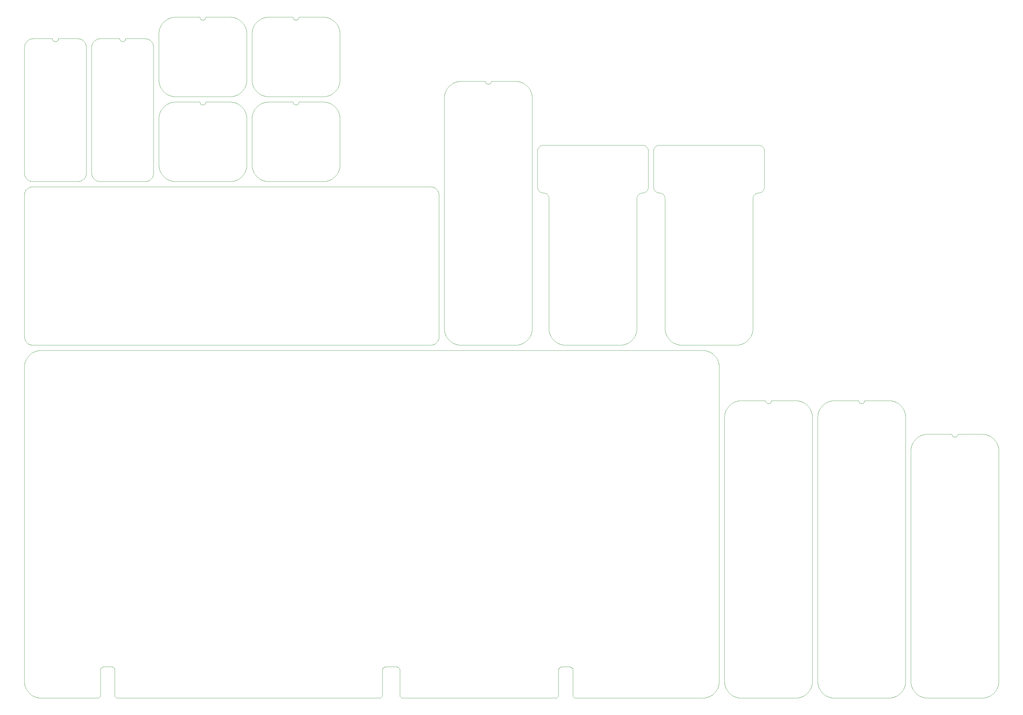
<source format=gko>
%MOIN*%
%OFA0B0*%
%FSLAX36Y36*%
%IPPOS*%
%LPD*%
%ADD10C,0*%
D10*
X000100901Y004212992D02*
X000100901Y004212992D01*
X004850902Y004212992D01*
X004864072Y004213855D01*
X004877017Y004216430D01*
X004889515Y004220673D01*
X004901353Y004226510D01*
X004912327Y004233843D01*
X004922250Y004242545D01*
X004930952Y004252469D01*
X004938285Y004263443D01*
X004944123Y004275280D01*
X004948366Y004287778D01*
X004950940Y004300724D01*
X004951804Y004313894D01*
X004952706Y006002491D01*
X004951845Y006015662D01*
X004949270Y006028607D01*
X004945027Y006041105D01*
X004939189Y006052943D01*
X004931856Y006063917D01*
X004923153Y006073840D01*
X004913230Y006082543D01*
X004902255Y006089875D01*
X004890417Y006095713D01*
X004877919Y006099955D01*
X004864974Y006102530D01*
X004851804Y006103394D01*
X000097499Y006103394D01*
X000084773Y006102560D01*
X000072265Y006100072D01*
X000060188Y006095972D01*
X000048750Y006090331D01*
X000038145Y006083246D01*
X000028557Y006074837D01*
X000020148Y006065248D01*
X000013062Y006054644D01*
X000007421Y006043205D01*
X000003322Y006031128D01*
X000000834Y006018620D01*
X000000000Y006005894D01*
X000000000Y004313894D01*
X000000863Y004300724D01*
X000003438Y004287778D01*
X000007680Y004275280D01*
X000013518Y004263443D01*
X000020851Y004252469D01*
X000029553Y004242545D01*
X000039476Y004233843D01*
X000050451Y004226510D01*
X000062288Y004220673D01*
X000074786Y004216430D01*
X000087731Y004213855D01*
X000100901Y004212992D01*
X003568975Y007179378D02*
X003568975Y007179378D01*
X003581534Y007179773D01*
X003594042Y007180955D01*
X003606452Y007182921D01*
X003618714Y007185662D01*
X003630779Y007189167D01*
X003642601Y007193423D01*
X003654131Y007198413D01*
X003665326Y007204117D01*
X003676141Y007210513D01*
X003686533Y007217575D01*
X003696460Y007225276D01*
X003705885Y007233584D01*
X003714770Y007242469D01*
X003723078Y007251893D01*
X003730779Y007261821D01*
X003737841Y007272213D01*
X003744237Y007283028D01*
X003749941Y007294223D01*
X003754931Y007305753D01*
X003759187Y007317575D01*
X003762692Y007329640D01*
X003765433Y007341902D01*
X003767399Y007354312D01*
X003768581Y007366820D01*
X003768976Y007379378D01*
X003768976Y007929378D01*
X003768581Y007941936D01*
X003767399Y007954445D01*
X003765433Y007966854D01*
X003762692Y007979116D01*
X003759187Y007991181D01*
X003754931Y008003003D01*
X003749941Y008014534D01*
X003744237Y008025728D01*
X003737841Y008036543D01*
X003730779Y008046935D01*
X003723078Y008056863D01*
X003714770Y008066287D01*
X003705885Y008075172D01*
X003696460Y008083480D01*
X003686533Y008091181D01*
X003676141Y008098243D01*
X003665326Y008104639D01*
X003654131Y008110343D01*
X003642601Y008115333D01*
X003630779Y008119589D01*
X003618714Y008123095D01*
X003606452Y008125835D01*
X003594042Y008127801D01*
X003581534Y008128983D01*
X003568975Y008129378D01*
X003278976Y008129378D01*
X003278545Y008123902D01*
X003277263Y008118562D01*
X003275161Y008113488D01*
X003272291Y008108805D01*
X003268724Y008104629D01*
X003264548Y008101062D01*
X003259865Y008098193D01*
X003254791Y008096091D01*
X003249451Y008094809D01*
X003243976Y008094378D01*
X003238500Y008094809D01*
X003233160Y008096091D01*
X003228086Y008098193D01*
X003223403Y008101062D01*
X003219227Y008104629D01*
X003215660Y008108805D01*
X003212790Y008113488D01*
X003210689Y008118562D01*
X003209407Y008123902D01*
X003208976Y008129378D01*
X002918976Y008129378D01*
X002906418Y008128983D01*
X002893909Y008127801D01*
X002881499Y008125835D01*
X002869238Y008123095D01*
X002857172Y008119589D01*
X002845351Y008115333D01*
X002833820Y008110343D01*
X002822625Y008104639D01*
X002811811Y008098243D01*
X002801419Y008091181D01*
X002791491Y008083480D01*
X002782067Y008075172D01*
X002773182Y008066287D01*
X002764874Y008056863D01*
X002757173Y008046935D01*
X002750111Y008036543D01*
X002743715Y008025728D01*
X002738011Y008014534D01*
X002733021Y008003003D01*
X002728765Y007991181D01*
X002725259Y007979116D01*
X002722519Y007966854D01*
X002720553Y007954445D01*
X002719371Y007941936D01*
X002718976Y007929378D01*
X002718976Y007379378D01*
X002719371Y007366820D01*
X002720553Y007354312D01*
X002722519Y007341902D01*
X002725259Y007329640D01*
X002728765Y007317575D01*
X002733021Y007305753D01*
X002738011Y007294223D01*
X002743715Y007283028D01*
X002750111Y007272213D01*
X002757173Y007261821D01*
X002764874Y007251893D01*
X002773182Y007242469D01*
X002782067Y007233584D01*
X002791491Y007225276D01*
X002801419Y007217575D01*
X002811810Y007210513D01*
X002822625Y007204117D01*
X002833820Y007198413D01*
X002845351Y007193423D01*
X002857172Y007189167D01*
X002869238Y007185662D01*
X002881499Y007182921D01*
X002893909Y007180955D01*
X002906418Y007179773D01*
X002918976Y007179378D01*
X003568975Y007179378D01*
X003568975Y006166386D02*
X003568975Y006166386D01*
X003581534Y006166781D01*
X003594042Y006167963D01*
X003606452Y006169929D01*
X003618714Y006172669D01*
X003630779Y006176175D01*
X003642601Y006180431D01*
X003654131Y006185421D01*
X003665326Y006191125D01*
X003676141Y006197521D01*
X003686533Y006204583D01*
X003696460Y006212284D01*
X003705885Y006220592D01*
X003714770Y006229477D01*
X003723078Y006238901D01*
X003730779Y006248829D01*
X003737841Y006259221D01*
X003744237Y006270036D01*
X003749941Y006281230D01*
X003754931Y006292761D01*
X003759187Y006304583D01*
X003762692Y006316648D01*
X003765433Y006328910D01*
X003767399Y006341319D01*
X003768581Y006353828D01*
X003768976Y006366386D01*
X003768976Y006916386D01*
X003768581Y006928944D01*
X003767399Y006941452D01*
X003765433Y006953862D01*
X003762692Y006966124D01*
X003759187Y006978189D01*
X003754931Y006990011D01*
X003749941Y007001541D01*
X003744237Y007012736D01*
X003737841Y007023551D01*
X003730779Y007033943D01*
X003723078Y007043871D01*
X003714770Y007053295D01*
X003705885Y007062180D01*
X003696460Y007070488D01*
X003686533Y007078189D01*
X003676141Y007085251D01*
X003665326Y007091647D01*
X003654131Y007097351D01*
X003642601Y007102341D01*
X003630779Y007106597D01*
X003618714Y007110102D01*
X003606452Y007112843D01*
X003594042Y007114809D01*
X003581534Y007115991D01*
X003568975Y007116386D01*
X003278976Y007116386D01*
X003278545Y007110910D01*
X003277263Y007105570D01*
X003275161Y007100496D01*
X003272291Y007095813D01*
X003268724Y007091637D01*
X003264548Y007088070D01*
X003259865Y007085200D01*
X003254791Y007083099D01*
X003249451Y007081817D01*
X003243976Y007081386D01*
X003238500Y007081817D01*
X003233160Y007083099D01*
X003228086Y007085200D01*
X003223403Y007088070D01*
X003219227Y007091637D01*
X003215660Y007095813D01*
X003212790Y007100496D01*
X003210689Y007105570D01*
X003209407Y007110910D01*
X003208976Y007116386D01*
X002918976Y007116386D01*
X002906418Y007115991D01*
X002893909Y007114809D01*
X002881499Y007112843D01*
X002869238Y007110102D01*
X002857172Y007106597D01*
X002845351Y007102341D01*
X002833820Y007097351D01*
X002822625Y007091647D01*
X002811811Y007085251D01*
X002801419Y007078189D01*
X002791491Y007070488D01*
X002782067Y007062180D01*
X002773182Y007053295D01*
X002764874Y007043871D01*
X002757173Y007033943D01*
X002750111Y007023551D01*
X002743715Y007012736D01*
X002738011Y007001541D01*
X002733021Y006990011D01*
X002728765Y006978189D01*
X002725259Y006966124D01*
X002722519Y006953862D01*
X002720553Y006941452D01*
X002719371Y006928944D01*
X002718976Y006916386D01*
X002718976Y006366386D01*
X002719371Y006353828D01*
X002720553Y006341319D01*
X002722519Y006328910D01*
X002725259Y006316648D01*
X002728765Y006304583D01*
X002733021Y006292761D01*
X002738011Y006281230D01*
X002743715Y006270036D01*
X002750111Y006259221D01*
X002757173Y006248829D01*
X002764874Y006238901D01*
X002773182Y006229477D01*
X002782067Y006220592D01*
X002791491Y006212284D01*
X002801419Y006204583D01*
X002811810Y006197521D01*
X002822625Y006191125D01*
X002833820Y006185421D01*
X002845351Y006180431D01*
X002857172Y006176175D01*
X002869238Y006172669D01*
X002881499Y006169929D01*
X002893909Y006167963D01*
X002906418Y006166781D01*
X002918976Y006166386D01*
X003568975Y006166386D01*
X002455983Y007179378D02*
X002455983Y007179378D01*
X002468542Y007179773D01*
X002481050Y007180955D01*
X002493460Y007182921D01*
X002505722Y007185662D01*
X002517787Y007189167D01*
X002529609Y007193423D01*
X002541139Y007198413D01*
X002552334Y007204117D01*
X002563149Y007210513D01*
X002573540Y007217575D01*
X002583468Y007225276D01*
X002592893Y007233584D01*
X002601777Y007242469D01*
X002610086Y007251893D01*
X002617787Y007261821D01*
X002624849Y007272213D01*
X002631245Y007283028D01*
X002636949Y007294223D01*
X002641939Y007305753D01*
X002646195Y007317575D01*
X002649700Y007329640D01*
X002652441Y007341902D01*
X002654407Y007354312D01*
X002655589Y007366820D01*
X002655984Y007379378D01*
X002655984Y007929378D01*
X002655589Y007941936D01*
X002654407Y007954445D01*
X002652441Y007966854D01*
X002649700Y007979116D01*
X002646195Y007991181D01*
X002641939Y008003003D01*
X002636949Y008014534D01*
X002631245Y008025728D01*
X002624849Y008036543D01*
X002617787Y008046935D01*
X002610086Y008056863D01*
X002601777Y008066287D01*
X002592893Y008075172D01*
X002583468Y008083480D01*
X002573540Y008091181D01*
X002563149Y008098243D01*
X002552334Y008104639D01*
X002541139Y008110343D01*
X002529609Y008115333D01*
X002517787Y008119589D01*
X002505722Y008123095D01*
X002493460Y008125835D01*
X002481050Y008127801D01*
X002468542Y008128983D01*
X002455983Y008129378D01*
X002165984Y008129378D01*
X002165553Y008123902D01*
X002164270Y008118562D01*
X002162169Y008113488D01*
X002159299Y008108805D01*
X002155732Y008104629D01*
X002151556Y008101062D01*
X002146873Y008098193D01*
X002141799Y008096091D01*
X002136459Y008094809D01*
X002130984Y008094378D01*
X002125508Y008094809D01*
X002120168Y008096091D01*
X002115094Y008098193D01*
X002110411Y008101062D01*
X002106235Y008104629D01*
X002102668Y008108805D01*
X002099798Y008113488D01*
X002097697Y008118562D01*
X002096414Y008123902D01*
X002095984Y008129378D01*
X001805984Y008129378D01*
X001793425Y008128983D01*
X001780917Y008127801D01*
X001768507Y008125835D01*
X001756246Y008123095D01*
X001744180Y008119589D01*
X001732359Y008115333D01*
X001720828Y008110343D01*
X001709633Y008104639D01*
X001698818Y008098243D01*
X001688427Y008091181D01*
X001678499Y008083480D01*
X001669075Y008075172D01*
X001660190Y008066287D01*
X001651881Y008056863D01*
X001644181Y008046935D01*
X001637118Y008036543D01*
X001630723Y008025728D01*
X001625018Y008014534D01*
X001620029Y008003003D01*
X001615773Y007991181D01*
X001612267Y007979116D01*
X001609527Y007966854D01*
X001607561Y007954445D01*
X001606379Y007941936D01*
X001605984Y007929378D01*
X001605984Y007379378D01*
X001606379Y007366820D01*
X001607561Y007354312D01*
X001609527Y007341902D01*
X001612267Y007329640D01*
X001615773Y007317575D01*
X001620029Y007305753D01*
X001625018Y007294223D01*
X001630723Y007283028D01*
X001637118Y007272213D01*
X001644181Y007261821D01*
X001651881Y007251893D01*
X001660190Y007242469D01*
X001669075Y007233584D01*
X001678499Y007225276D01*
X001688427Y007217575D01*
X001698818Y007210513D01*
X001709633Y007204117D01*
X001720828Y007198413D01*
X001732359Y007193423D01*
X001744180Y007189167D01*
X001756246Y007185662D01*
X001768507Y007182921D01*
X001780917Y007180955D01*
X001793425Y007179773D01*
X001805984Y007179378D01*
X002455983Y007179378D01*
X002455983Y006166386D02*
X002455983Y006166386D01*
X002468542Y006166781D01*
X002481050Y006167963D01*
X002493460Y006169929D01*
X002505722Y006172669D01*
X002517787Y006176175D01*
X002529609Y006180431D01*
X002541139Y006185421D01*
X002552334Y006191125D01*
X002563149Y006197521D01*
X002573540Y006204583D01*
X002583468Y006212284D01*
X002592893Y006220592D01*
X002601777Y006229477D01*
X002610086Y006238901D01*
X002617787Y006248829D01*
X002624849Y006259221D01*
X002631245Y006270036D01*
X002636949Y006281230D01*
X002641939Y006292761D01*
X002646195Y006304583D01*
X002649700Y006316648D01*
X002652441Y006328910D01*
X002654407Y006341319D01*
X002655589Y006353828D01*
X002655984Y006366386D01*
X002655984Y006916386D01*
X002655589Y006928944D01*
X002654407Y006941452D01*
X002652441Y006953862D01*
X002649700Y006966124D01*
X002646195Y006978189D01*
X002641939Y006990011D01*
X002636949Y007001541D01*
X002631245Y007012736D01*
X002624849Y007023551D01*
X002617787Y007033943D01*
X002610086Y007043871D01*
X002601777Y007053295D01*
X002592893Y007062180D01*
X002583468Y007070488D01*
X002573540Y007078189D01*
X002563149Y007085251D01*
X002552334Y007091647D01*
X002541139Y007097351D01*
X002529609Y007102341D01*
X002517787Y007106597D01*
X002505722Y007110102D01*
X002493460Y007112843D01*
X002481050Y007114809D01*
X002468542Y007115991D01*
X002455983Y007116386D01*
X002165984Y007116386D01*
X002165553Y007110910D01*
X002164270Y007105570D01*
X002162169Y007100496D01*
X002159299Y007095813D01*
X002155732Y007091637D01*
X002151556Y007088070D01*
X002146873Y007085200D01*
X002141799Y007083099D01*
X002136459Y007081817D01*
X002130984Y007081386D01*
X002125508Y007081817D01*
X002120168Y007083099D01*
X002115094Y007085200D01*
X002110411Y007088070D01*
X002106235Y007091637D01*
X002102668Y007095813D01*
X002099798Y007100496D01*
X002097697Y007105570D01*
X002096414Y007110910D01*
X002095984Y007116386D01*
X001805984Y007116386D01*
X001793425Y007115991D01*
X001780917Y007114809D01*
X001768507Y007112843D01*
X001756246Y007110102D01*
X001744180Y007106597D01*
X001732359Y007102341D01*
X001720828Y007097351D01*
X001709633Y007091647D01*
X001698818Y007085251D01*
X001688427Y007078189D01*
X001678499Y007070488D01*
X001669075Y007062180D01*
X001660190Y007053295D01*
X001651881Y007043871D01*
X001644181Y007033943D01*
X001637118Y007023551D01*
X001630723Y007012736D01*
X001625018Y007001541D01*
X001620029Y006990011D01*
X001615773Y006978189D01*
X001612267Y006966124D01*
X001609527Y006953862D01*
X001607561Y006941452D01*
X001606379Y006928944D01*
X001605984Y006916386D01*
X001605984Y006366386D01*
X001606379Y006353828D01*
X001607561Y006341319D01*
X001609527Y006328910D01*
X001612267Y006316648D01*
X001615773Y006304583D01*
X001620029Y006292761D01*
X001625018Y006281230D01*
X001630723Y006270036D01*
X001637118Y006259221D01*
X001644181Y006248829D01*
X001651881Y006238901D01*
X001660190Y006229477D01*
X001669075Y006220592D01*
X001678499Y006212284D01*
X001688427Y006204583D01*
X001698818Y006197521D01*
X001709633Y006191125D01*
X001720828Y006185421D01*
X001732359Y006180431D01*
X001744180Y006176175D01*
X001756246Y006172669D01*
X001768507Y006169929D01*
X001780917Y006167963D01*
X001793425Y006166781D01*
X001805984Y006166386D01*
X002455983Y006166386D01*
X001440088Y006166386D02*
X001440088Y006166386D01*
X001452492Y006167136D01*
X001464715Y006169376D01*
X001476578Y006173073D01*
X001487910Y006178173D01*
X001498544Y006184602D01*
X001508326Y006192265D01*
X001517112Y006201052D01*
X001524776Y006210834D01*
X001531205Y006221468D01*
X001536304Y006232799D01*
X001540001Y006244663D01*
X001542241Y006256885D01*
X001542992Y006269289D01*
X001542991Y007769289D01*
X001542241Y007781692D01*
X001540001Y007793915D01*
X001536304Y007805779D01*
X001531204Y007817110D01*
X001524776Y007827744D01*
X001517112Y007837526D01*
X001508325Y007846312D01*
X001498544Y007853976D01*
X001487910Y007860405D01*
X001476578Y007865505D01*
X001464715Y007869201D01*
X001452492Y007871441D01*
X001440088Y007872192D01*
X001207992Y007872289D01*
X001207561Y007866813D01*
X001206278Y007861473D01*
X001204177Y007856399D01*
X001201307Y007851716D01*
X001197740Y007847540D01*
X001193564Y007843973D01*
X001188881Y007841103D01*
X001183807Y007839002D01*
X001178467Y007837719D01*
X001172992Y007837289D01*
X001167516Y007837719D01*
X001162176Y007839002D01*
X001157102Y007841103D01*
X001152419Y007843973D01*
X001148243Y007847540D01*
X001144676Y007851716D01*
X001141806Y007856399D01*
X001139705Y007861473D01*
X001138422Y007866813D01*
X001137992Y007872289D01*
X000905894Y007872192D01*
X000893491Y007871441D01*
X000881268Y007869201D01*
X000869405Y007865505D01*
X000858073Y007860405D01*
X000847439Y007853976D01*
X000837657Y007846312D01*
X000828871Y007837526D01*
X000821207Y007827744D01*
X000814779Y007817110D01*
X000809679Y007805779D01*
X000805982Y007793915D01*
X000803742Y007781692D01*
X000802992Y007769289D01*
X000802992Y006269289D01*
X000803742Y006256885D01*
X000805982Y006244663D01*
X000809679Y006232799D01*
X000814779Y006221468D01*
X000821207Y006210833D01*
X000828871Y006201052D01*
X000837657Y006192265D01*
X000847439Y006184601D01*
X000858073Y006178173D01*
X000869405Y006173073D01*
X000881268Y006169376D01*
X000893491Y006167136D01*
X000905894Y006166386D01*
X001440088Y006166386D01*
X000637096Y006166386D02*
X000637096Y006166386D01*
X000649500Y006167136D01*
X000661723Y006169376D01*
X000673586Y006173073D01*
X000684918Y006178173D01*
X000695552Y006184602D01*
X000705334Y006192265D01*
X000714120Y006201052D01*
X000721784Y006210834D01*
X000728213Y006221468D01*
X000733312Y006232799D01*
X000737009Y006244663D01*
X000739249Y006256885D01*
X000739999Y006269289D01*
X000739999Y007769289D01*
X000739249Y007781692D01*
X000737009Y007793915D01*
X000733312Y007805779D01*
X000728212Y007817110D01*
X000721784Y007827744D01*
X000714120Y007837526D01*
X000705333Y007846312D01*
X000695552Y007853976D01*
X000684918Y007860405D01*
X000673586Y007865505D01*
X000661723Y007869201D01*
X000649500Y007871441D01*
X000637096Y007872192D01*
X000404999Y007872289D01*
X000404568Y007866813D01*
X000403286Y007861473D01*
X000401185Y007856399D01*
X000398315Y007851716D01*
X000394748Y007847540D01*
X000390572Y007843973D01*
X000385889Y007841103D01*
X000380815Y007839002D01*
X000375475Y007837719D01*
X000369999Y007837289D01*
X000364524Y007837719D01*
X000359184Y007839002D01*
X000354110Y007841103D01*
X000349427Y007843973D01*
X000345251Y007847540D01*
X000341684Y007851716D01*
X000338814Y007856399D01*
X000336712Y007861473D01*
X000335430Y007866813D01*
X000334999Y007872289D01*
X000102902Y007872192D01*
X000090499Y007871441D01*
X000078276Y007869201D01*
X000066412Y007865505D01*
X000055081Y007860405D01*
X000044447Y007853976D01*
X000034665Y007846312D01*
X000025879Y007837526D01*
X000018215Y007827744D01*
X000011787Y007817110D01*
X000006687Y007805779D01*
X000002990Y007793915D01*
X000000750Y007781692D01*
X000000000Y007769289D01*
X000000000Y006269289D01*
X000000750Y006256885D01*
X000002990Y006244663D01*
X000006687Y006232799D01*
X000011787Y006221468D01*
X000018215Y006210833D01*
X000025879Y006201052D01*
X000034665Y006192265D01*
X000044447Y006184601D01*
X000055081Y006178173D01*
X000066412Y006173073D01*
X000078276Y006169376D01*
X000090499Y006167136D01*
X000102902Y006166386D01*
X000637096Y006166386D01*
X007852638Y004212992D02*
X007852638Y004212992D01*
X008502638Y004212992D01*
X008515195Y004213386D01*
X008527704Y004214569D01*
X008540114Y004216535D01*
X008552375Y004219275D01*
X008564441Y004222781D01*
X008576262Y004227037D01*
X008587793Y004232026D01*
X008598988Y004237731D01*
X008609803Y004244126D01*
X008620194Y004251188D01*
X008630122Y004258889D01*
X008639547Y004267198D01*
X008648431Y004276083D01*
X008656740Y004285507D01*
X008664441Y004295435D01*
X008671503Y004305827D01*
X008677899Y004316641D01*
X008683603Y004327836D01*
X008688593Y004339367D01*
X008692849Y004351188D01*
X008696354Y004363254D01*
X008699095Y004375516D01*
X008701060Y004387925D01*
X008702243Y004400434D01*
X008702638Y004412992D01*
X008702566Y005962992D01*
X008703410Y005973712D01*
X008705920Y005984168D01*
X008710035Y005994103D01*
X008715654Y006003271D01*
X008722637Y006011448D01*
X008730814Y006018432D01*
X008739983Y006024051D01*
X008749918Y006028166D01*
X008760374Y006030676D01*
X008771094Y006031520D01*
X008781814Y006032362D01*
X008792271Y006034872D01*
X008802206Y006038988D01*
X008811375Y006044606D01*
X008819552Y006051590D01*
X008826535Y006059767D01*
X008832154Y006068936D01*
X008836269Y006078871D01*
X008838779Y006089328D01*
X008839623Y006100048D01*
X008839623Y006530935D01*
X008838777Y006541655D01*
X008836268Y006552111D01*
X008832153Y006562046D01*
X008826534Y006571214D01*
X008819551Y006579392D01*
X008811374Y006586375D01*
X008802205Y006591994D01*
X008792270Y006596109D01*
X008781814Y006598620D01*
X008771094Y006599463D01*
X007584181Y006599463D01*
X007584181Y006599461D01*
X007573461Y006598618D01*
X007563005Y006596108D01*
X007553070Y006591993D01*
X007543901Y006586375D01*
X007535724Y006579391D01*
X007528740Y006571214D01*
X007523122Y006562046D01*
X007519007Y006552111D01*
X007516496Y006541655D01*
X007515653Y006530935D01*
X007515653Y006100048D01*
X007516498Y006089328D01*
X007519008Y006078872D01*
X007523123Y006068937D01*
X007528741Y006059768D01*
X007535725Y006051591D01*
X007543901Y006044608D01*
X007553070Y006038989D01*
X007563005Y006034874D01*
X007573461Y006032364D01*
X007584181Y006031520D01*
X007594901Y006030676D01*
X007605357Y006028166D01*
X007615292Y006024051D01*
X007624461Y006018432D01*
X007632638Y006011448D01*
X007639622Y006003272D01*
X007645240Y005994103D01*
X007649355Y005984168D01*
X007651866Y005973712D01*
X007652710Y005962992D01*
X007652638Y004412992D01*
X007653033Y004400434D01*
X007654215Y004387925D01*
X007656181Y004375516D01*
X007658921Y004363254D01*
X007662427Y004351188D01*
X007666683Y004339367D01*
X007671672Y004327836D01*
X007677377Y004316641D01*
X007683772Y004305827D01*
X007690834Y004295435D01*
X007698535Y004285507D01*
X007706844Y004276083D01*
X007715729Y004267198D01*
X007725153Y004258889D01*
X007735081Y004251188D01*
X007745472Y004244126D01*
X007756287Y004237731D01*
X007767482Y004232026D01*
X007779012Y004227037D01*
X007790834Y004222781D01*
X007802899Y004219275D01*
X007815161Y004216535D01*
X007827571Y004214569D01*
X007840079Y004213386D01*
X007852638Y004212992D01*
X006465675Y004212992D02*
X006465675Y004212992D01*
X007115675Y004212992D01*
X007128233Y004213386D01*
X007140742Y004214569D01*
X007153151Y004216535D01*
X007165413Y004219275D01*
X007177479Y004222781D01*
X007189300Y004227037D01*
X007200831Y004232026D01*
X007212026Y004237731D01*
X007222841Y004244126D01*
X007233232Y004251188D01*
X007243160Y004258889D01*
X007252584Y004267198D01*
X007261469Y004276083D01*
X007269778Y004285507D01*
X007277478Y004295435D01*
X007284541Y004305827D01*
X007290936Y004316641D01*
X007296641Y004327836D01*
X007301630Y004339367D01*
X007305886Y004351188D01*
X007309392Y004363254D01*
X007312132Y004375516D01*
X007314098Y004387925D01*
X007315280Y004400434D01*
X007315675Y004412992D01*
X007315604Y005962992D01*
X007316447Y005973712D01*
X007318958Y005984168D01*
X007323073Y005994103D01*
X007328691Y006003271D01*
X007335675Y006011448D01*
X007343852Y006018432D01*
X007353021Y006024051D01*
X007362956Y006028166D01*
X007373412Y006030676D01*
X007384132Y006031520D01*
X007394852Y006032362D01*
X007405309Y006034872D01*
X007415243Y006038988D01*
X007424412Y006044606D01*
X007432589Y006051590D01*
X007439573Y006059767D01*
X007445191Y006068936D01*
X007449306Y006078871D01*
X007451817Y006089328D01*
X007452660Y006100048D01*
X007452660Y006530935D01*
X007451815Y006541655D01*
X007449305Y006552111D01*
X007445190Y006562046D01*
X007439572Y006571214D01*
X007432588Y006579392D01*
X007424412Y006586375D01*
X007415243Y006591994D01*
X007405308Y006596109D01*
X007394852Y006598620D01*
X007384132Y006599463D01*
X006197219Y006599463D01*
X006197219Y006599461D01*
X006186499Y006598618D01*
X006176042Y006596108D01*
X006166108Y006591993D01*
X006156939Y006586375D01*
X006148762Y006579391D01*
X006141778Y006571214D01*
X006136159Y006562046D01*
X006132044Y006552111D01*
X006129534Y006541655D01*
X006128690Y006530935D01*
X006128690Y006100048D01*
X006129536Y006089328D01*
X006132046Y006078872D01*
X006136160Y006068937D01*
X006141779Y006059768D01*
X006148762Y006051591D01*
X006156939Y006044608D01*
X006166108Y006038989D01*
X006176043Y006034874D01*
X006186499Y006032364D01*
X006197219Y006031520D01*
X006207939Y006030676D01*
X006218395Y006028166D01*
X006228330Y006024051D01*
X006237499Y006018432D01*
X006245676Y006011448D01*
X006252660Y006003272D01*
X006258278Y005994103D01*
X006262393Y005984168D01*
X006264903Y005973712D01*
X006265747Y005962992D01*
X006265676Y004412992D01*
X006266070Y004400434D01*
X006267252Y004387925D01*
X006269218Y004375516D01*
X006271959Y004363254D01*
X006275464Y004351188D01*
X006279720Y004339367D01*
X006284710Y004327836D01*
X006290414Y004316641D01*
X006296810Y004305827D01*
X006303872Y004295435D01*
X006311573Y004285507D01*
X006319882Y004276083D01*
X006328766Y004267198D01*
X006338191Y004258889D01*
X006348118Y004251188D01*
X006358510Y004244126D01*
X006369325Y004237731D01*
X006380519Y004232026D01*
X006392050Y004227037D01*
X006403872Y004222781D01*
X006415937Y004219275D01*
X006428199Y004216535D01*
X006440608Y004214569D01*
X006453117Y004213386D01*
X006465675Y004212992D01*
X005865698Y004212992D02*
X005865698Y004212992D01*
X005878256Y004213386D01*
X005890765Y004214569D01*
X005903174Y004216535D01*
X005915436Y004219275D01*
X005927501Y004222781D01*
X005939323Y004227036D01*
X005950854Y004232026D01*
X005962048Y004237730D01*
X005972863Y004244126D01*
X005983255Y004251189D01*
X005993183Y004258889D01*
X006002607Y004267198D01*
X006011492Y004276083D01*
X006019800Y004285507D01*
X006027501Y004295435D01*
X006034563Y004305826D01*
X006040959Y004316641D01*
X006046664Y004327836D01*
X006051653Y004339367D01*
X006055909Y004351189D01*
X006059415Y004363254D01*
X006062155Y004375516D01*
X006064121Y004387925D01*
X006065303Y004400434D01*
X006065698Y004412992D01*
X006065698Y007162991D01*
X006065303Y007175550D01*
X006064121Y007188058D01*
X006062155Y007200468D01*
X006059415Y007212729D01*
X006055909Y007224795D01*
X006051653Y007236616D01*
X006046664Y007248147D01*
X006040959Y007259342D01*
X006034563Y007270157D01*
X006027501Y007280548D01*
X006019800Y007290476D01*
X006011492Y007299901D01*
X006002607Y007308785D01*
X005993183Y007317094D01*
X005983255Y007324795D01*
X005972863Y007331857D01*
X005962048Y007338253D01*
X005950854Y007343957D01*
X005939323Y007348947D01*
X005927501Y007353203D01*
X005915436Y007356708D01*
X005903174Y007359449D01*
X005890765Y007361414D01*
X005878256Y007362597D01*
X005865698Y007362992D01*
X005575698Y007362992D01*
X005575267Y007357516D01*
X005573985Y007352176D01*
X005571883Y007347102D01*
X005569013Y007342419D01*
X005565447Y007338243D01*
X005561271Y007334676D01*
X005556587Y007331806D01*
X005551513Y007329705D01*
X005546173Y007328422D01*
X005540698Y007327991D01*
X005535223Y007328422D01*
X005529882Y007329705D01*
X005524808Y007331806D01*
X005520125Y007334676D01*
X005515949Y007338243D01*
X005512382Y007342419D01*
X005509513Y007347102D01*
X005507411Y007352176D01*
X005506129Y007357516D01*
X005505698Y007362992D01*
X005215698Y007362992D01*
X005203140Y007362597D01*
X005190631Y007361414D01*
X005178222Y007359449D01*
X005165960Y007356708D01*
X005153895Y007353203D01*
X005142073Y007348947D01*
X005130542Y007343957D01*
X005119347Y007338253D01*
X005108533Y007331857D01*
X005098141Y007324795D01*
X005088213Y007317094D01*
X005078789Y007308785D01*
X005069904Y007299901D01*
X005061596Y007290476D01*
X005053895Y007280548D01*
X005046833Y007270157D01*
X005040437Y007259342D01*
X005034733Y007248147D01*
X005029743Y007236616D01*
X005025487Y007224795D01*
X005021982Y007212729D01*
X005019241Y007200468D01*
X005017275Y007188058D01*
X005016093Y007175550D01*
X005015698Y007162991D01*
X005015698Y004412992D01*
X005016093Y004400434D01*
X005017275Y004387925D01*
X005019241Y004375516D01*
X005021982Y004363254D01*
X005025487Y004351189D01*
X005029743Y004339367D01*
X005034733Y004327836D01*
X005040437Y004316641D01*
X005046833Y004305826D01*
X005053895Y004295435D01*
X005061596Y004285507D01*
X005069904Y004276083D01*
X005078789Y004267198D01*
X005088213Y004258889D01*
X005098141Y004251189D01*
X005108532Y004244126D01*
X005119347Y004237730D01*
X005130542Y004232026D01*
X005142073Y004227036D01*
X005153895Y004222781D01*
X005165960Y004219275D01*
X005178222Y004216535D01*
X005190631Y004214569D01*
X005203140Y004213386D01*
X005215698Y004212992D01*
X005865698Y004212992D01*
X011438976Y000000000D02*
X011438976Y000000000D01*
X011451534Y000000394D01*
X011464042Y000001577D01*
X011476452Y000003542D01*
X011488714Y000006283D01*
X011500779Y000009789D01*
X011512601Y000014044D01*
X011524131Y000019034D01*
X011535326Y000024738D01*
X011546141Y000031134D01*
X011556533Y000038196D01*
X011566461Y000045897D01*
X011575885Y000054206D01*
X011584770Y000063090D01*
X011593078Y000072515D01*
X011600779Y000082443D01*
X011607841Y000092834D01*
X011614237Y000103649D01*
X011619941Y000114844D01*
X011624931Y000126375D01*
X011629187Y000138196D01*
X011632692Y000150262D01*
X011635433Y000162523D01*
X011637399Y000174933D01*
X011638581Y000187441D01*
X011638976Y000200000D01*
X011638976Y002949999D01*
X011638581Y002962557D01*
X011637399Y002975066D01*
X011635433Y002987475D01*
X011632692Y002999737D01*
X011629187Y003011803D01*
X011624931Y003023624D01*
X011619941Y003035155D01*
X011614237Y003046350D01*
X011607841Y003057165D01*
X011600779Y003067556D01*
X011593078Y003077484D01*
X011584770Y003086909D01*
X011575885Y003095793D01*
X011566461Y003104102D01*
X011556533Y003111803D01*
X011546141Y003118865D01*
X011535326Y003125261D01*
X011524131Y003130965D01*
X011512601Y003135955D01*
X011500779Y003140211D01*
X011488714Y003143716D01*
X011476452Y003146457D01*
X011464042Y003148422D01*
X011451534Y003149605D01*
X011438976Y003150000D01*
X011148976Y003150000D01*
X011148545Y003144524D01*
X011147263Y003139184D01*
X011145161Y003134110D01*
X011142291Y003129427D01*
X011138724Y003125251D01*
X011134548Y003121684D01*
X011129865Y003118814D01*
X011124791Y003116712D01*
X011119451Y003115430D01*
X011113976Y003114999D01*
X011108500Y003115430D01*
X011103160Y003116712D01*
X011098086Y003118814D01*
X011093403Y003121684D01*
X011089227Y003125251D01*
X011085660Y003129427D01*
X011082790Y003134110D01*
X011080689Y003139184D01*
X011079407Y003144524D01*
X011078976Y003150000D01*
X010788976Y003150000D01*
X010776418Y003149605D01*
X010763909Y003148422D01*
X010751500Y003146457D01*
X010739238Y003143716D01*
X010727172Y003140211D01*
X010715351Y003135955D01*
X010703820Y003130965D01*
X010692625Y003125261D01*
X010681811Y003118865D01*
X010671419Y003111803D01*
X010661491Y003104102D01*
X010652067Y003095793D01*
X010643182Y003086909D01*
X010634874Y003077484D01*
X010627173Y003067556D01*
X010620111Y003057164D01*
X010613715Y003046350D01*
X010608011Y003035155D01*
X010603021Y003023624D01*
X010598765Y003011803D01*
X010595259Y002999737D01*
X010592519Y002987475D01*
X010590553Y002975066D01*
X010589371Y002962557D01*
X010588976Y002949999D01*
X010588976Y000200000D01*
X010589371Y000187441D01*
X010590553Y000174933D01*
X010592519Y000162523D01*
X010595259Y000150262D01*
X010598765Y000138196D01*
X010603021Y000126375D01*
X010608011Y000114844D01*
X010613715Y000103649D01*
X010620111Y000092834D01*
X010627173Y000082443D01*
X010634874Y000072515D01*
X010643182Y000063090D01*
X010652067Y000054206D01*
X010661491Y000045897D01*
X010671419Y000038196D01*
X010681810Y000031134D01*
X010692625Y000024738D01*
X010703820Y000019034D01*
X010715351Y000014044D01*
X010727172Y000009789D01*
X010739238Y000006283D01*
X010751500Y000003542D01*
X010763909Y000001577D01*
X010776418Y000000394D01*
X010788976Y000000000D01*
X011438976Y000000000D01*
X010325983Y000000000D02*
X010325983Y000000000D01*
X010338542Y000000394D01*
X010351050Y000001577D01*
X010363460Y000003542D01*
X010375722Y000006283D01*
X010387787Y000009788D01*
X010399609Y000014044D01*
X010411139Y000019034D01*
X010422334Y000024738D01*
X010433149Y000031134D01*
X010443540Y000038196D01*
X010453468Y000045897D01*
X010462893Y000054206D01*
X010471778Y000063090D01*
X010480086Y000072515D01*
X010487787Y000082443D01*
X010494849Y000092834D01*
X010501245Y000103649D01*
X010506949Y000114844D01*
X010511939Y000126375D01*
X010516195Y000138196D01*
X010519700Y000150262D01*
X010522441Y000162524D01*
X010524407Y000174933D01*
X010525589Y000187442D01*
X010525984Y000199999D01*
X010525984Y003349999D01*
X010525589Y003362557D01*
X010524407Y003375066D01*
X010522441Y003387475D01*
X010519700Y003399737D01*
X010516195Y003411803D01*
X010511939Y003423624D01*
X010506949Y003435155D01*
X010501245Y003446350D01*
X010494849Y003457165D01*
X010487787Y003467556D01*
X010480086Y003477484D01*
X010471778Y003486909D01*
X010462893Y003495793D01*
X010453468Y003504102D01*
X010443540Y003511803D01*
X010433149Y003518865D01*
X010422334Y003525261D01*
X010411139Y003530965D01*
X010399609Y003535955D01*
X010387787Y003540211D01*
X010375722Y003543716D01*
X010363460Y003546457D01*
X010351050Y003548422D01*
X010338542Y003549605D01*
X010325983Y003550000D01*
X010035984Y003550000D01*
X010035553Y003544524D01*
X010034270Y003539184D01*
X010032169Y003534110D01*
X010029299Y003529427D01*
X010025732Y003525251D01*
X010021556Y003521684D01*
X010016873Y003518814D01*
X010011799Y003516712D01*
X010006459Y003515430D01*
X010000984Y003514999D01*
X009995508Y003515430D01*
X009990168Y003516712D01*
X009985094Y003518814D01*
X009980411Y003521684D01*
X009976235Y003525251D01*
X009972668Y003529427D01*
X009969798Y003534110D01*
X009967697Y003539184D01*
X009966414Y003544524D01*
X009965984Y003550000D01*
X009675984Y003550000D01*
X009663426Y003549605D01*
X009650917Y003548422D01*
X009638507Y003546457D01*
X009626246Y003543716D01*
X009614180Y003540211D01*
X009602359Y003535955D01*
X009590828Y003530965D01*
X009579633Y003525261D01*
X009568818Y003518865D01*
X009558427Y003511803D01*
X009548499Y003504102D01*
X009539075Y003495793D01*
X009530190Y003486909D01*
X009521881Y003477484D01*
X009514181Y003467556D01*
X009507118Y003457164D01*
X009500723Y003446350D01*
X009495018Y003435155D01*
X009490029Y003423624D01*
X009485773Y003411803D01*
X009482267Y003399737D01*
X009479527Y003387475D01*
X009477561Y003375066D01*
X009476379Y003362557D01*
X009475984Y003349999D01*
X009475984Y000199999D01*
X009476379Y000187442D01*
X009477561Y000174933D01*
X009479527Y000162524D01*
X009482267Y000150262D01*
X009485773Y000138196D01*
X009490029Y000126375D01*
X009495018Y000114844D01*
X009500723Y000103649D01*
X009507118Y000092834D01*
X009514181Y000082443D01*
X009521881Y000072515D01*
X009530190Y000063090D01*
X009539075Y000054206D01*
X009548499Y000045897D01*
X009558427Y000038196D01*
X009568818Y000031134D01*
X009579633Y000024738D01*
X009590828Y000019034D01*
X009602359Y000014044D01*
X009614180Y000009788D01*
X009626246Y000006283D01*
X009638507Y000003542D01*
X009650917Y000001577D01*
X009663426Y000000394D01*
X009675983Y000000000D01*
X010325983Y000000000D01*
X009212991Y000000000D02*
X009212991Y000000000D01*
X009225550Y000000394D01*
X009238058Y000001577D01*
X009250468Y000003542D01*
X009262729Y000006283D01*
X009274795Y000009788D01*
X009286617Y000014044D01*
X009298147Y000019034D01*
X009309342Y000024738D01*
X009320157Y000031134D01*
X009330548Y000038196D01*
X009340476Y000045897D01*
X009349901Y000054206D01*
X009358785Y000063090D01*
X009367094Y000072515D01*
X009374795Y000082443D01*
X009381857Y000092834D01*
X009388253Y000103649D01*
X009393957Y000114844D01*
X009398947Y000126375D01*
X009403203Y000138196D01*
X009406708Y000150262D01*
X009409449Y000162524D01*
X009411414Y000174933D01*
X009412597Y000187442D01*
X009412992Y000199999D01*
X009412992Y003349999D01*
X009412597Y003362557D01*
X009411414Y003375066D01*
X009409449Y003387475D01*
X009406708Y003399737D01*
X009403203Y003411803D01*
X009398947Y003423624D01*
X009393957Y003435155D01*
X009388253Y003446350D01*
X009381857Y003457165D01*
X009374795Y003467556D01*
X009367094Y003477484D01*
X009358785Y003486909D01*
X009349901Y003495793D01*
X009340476Y003504102D01*
X009330548Y003511803D01*
X009320157Y003518865D01*
X009309342Y003525261D01*
X009298147Y003530965D01*
X009286617Y003535955D01*
X009274795Y003540211D01*
X009262729Y003543716D01*
X009250468Y003546457D01*
X009238058Y003548422D01*
X009225550Y003549605D01*
X009212991Y003550000D01*
X008922992Y003550000D01*
X008922561Y003544524D01*
X008921278Y003539184D01*
X008919177Y003534110D01*
X008916307Y003529427D01*
X008912740Y003525251D01*
X008908564Y003521684D01*
X008903881Y003518814D01*
X008898807Y003516712D01*
X008893467Y003515430D01*
X008887992Y003514999D01*
X008882516Y003515430D01*
X008877176Y003516712D01*
X008872102Y003518814D01*
X008867419Y003521684D01*
X008863243Y003525251D01*
X008859676Y003529427D01*
X008856806Y003534110D01*
X008854705Y003539184D01*
X008853422Y003544524D01*
X008852992Y003550000D01*
X008562992Y003550000D01*
X008550433Y003549605D01*
X008537925Y003548422D01*
X008525515Y003546457D01*
X008513253Y003543716D01*
X008501188Y003540211D01*
X008489366Y003535955D01*
X008477836Y003530965D01*
X008466641Y003525261D01*
X008455826Y003518865D01*
X008445435Y003511803D01*
X008435507Y003504102D01*
X008426083Y003495793D01*
X008417198Y003486909D01*
X008408889Y003477484D01*
X008401189Y003467556D01*
X008394126Y003457164D01*
X008387731Y003446350D01*
X008382026Y003435155D01*
X008377037Y003423624D01*
X008372781Y003411803D01*
X008369275Y003399737D01*
X008366535Y003387475D01*
X008364569Y003375066D01*
X008363387Y003362557D01*
X008362992Y003349999D01*
X008362992Y000199999D01*
X008363387Y000187442D01*
X008364569Y000174933D01*
X008366535Y000162524D01*
X008369275Y000150262D01*
X008372781Y000138196D01*
X008377037Y000126375D01*
X008382026Y000114844D01*
X008387731Y000103649D01*
X008394126Y000092834D01*
X008401189Y000082443D01*
X008408889Y000072515D01*
X008417198Y000063090D01*
X008426083Y000054206D01*
X008435507Y000045897D01*
X008445435Y000038196D01*
X008455826Y000031134D01*
X008466641Y000024738D01*
X008477836Y000019034D01*
X008489366Y000014044D01*
X008501188Y000009788D01*
X008513253Y000006283D01*
X008525515Y000003542D01*
X008537925Y000001577D01*
X008550433Y000000394D01*
X008562991Y000000000D01*
X009212991Y000000000D01*
X000200000Y000000000D02*
X000200000Y000000000D01*
X000888000Y000000000D01*
X000907685Y000019685D01*
X000907685Y000331220D01*
X000907685Y000331220D01*
X000908236Y000337819D01*
X000909812Y000344252D01*
X000912376Y000350358D01*
X000915863Y000355987D01*
X000920188Y000361002D01*
X000925244Y000365279D01*
X000930907Y000368712D01*
X000937037Y000371217D01*
X000943484Y000372732D01*
X000950088Y000373220D01*
X001038000Y000373220D01*
X001044604Y000372732D01*
X001051051Y000371217D01*
X001057181Y000368712D01*
X001062844Y000365279D01*
X001067900Y000361002D01*
X001072225Y000355987D01*
X001075712Y000350358D01*
X001078275Y000344252D01*
X001079852Y000337819D01*
X001080403Y000331220D01*
X001080403Y000019685D01*
X001100088Y000000000D01*
X004255718Y000000000D01*
X004275403Y000019685D01*
X004275403Y000330709D01*
X004275954Y000337308D01*
X004277531Y000343740D01*
X004280094Y000349846D01*
X004283581Y000355475D01*
X004287906Y000360490D01*
X004292962Y000364767D01*
X004298625Y000368199D01*
X004304755Y000370704D01*
X004311202Y000372219D01*
X004317806Y000372708D01*
X004443000Y000372708D01*
X004449604Y000372220D01*
X004456050Y000370705D01*
X004462181Y000368200D01*
X004467844Y000364767D01*
X004472900Y000360490D01*
X004477225Y000355476D01*
X004480712Y000349846D01*
X004483276Y000343740D01*
X004484853Y000337308D01*
X004485403Y000330709D01*
X004485403Y000019685D01*
X004505088Y000000000D01*
X006360402Y000000000D01*
X006380087Y000019685D01*
X006380087Y000330709D01*
X006380639Y000337308D01*
X006382216Y000343740D01*
X006384779Y000349846D01*
X006388266Y000355475D01*
X006392591Y000360490D01*
X006397647Y000364767D01*
X006403310Y000368199D01*
X006409440Y000370704D01*
X006415887Y000372219D01*
X006422491Y000372708D01*
X006510403Y000372708D01*
X006517007Y000372220D01*
X006523454Y000370705D01*
X006529584Y000368201D01*
X006535247Y000364767D01*
X006540304Y000360491D01*
X006544628Y000355476D01*
X006548115Y000349846D01*
X006550679Y000343740D01*
X006552255Y000337308D01*
X006552806Y000330709D01*
X006552806Y000019685D01*
X006572491Y000000000D01*
X008099999Y000000000D01*
X008112557Y000000394D01*
X008125066Y000001577D01*
X008137475Y000003542D01*
X008149738Y000006283D01*
X008161803Y000009789D01*
X008173625Y000014044D01*
X008185155Y000019034D01*
X008196350Y000024739D01*
X008207165Y000031134D01*
X008217556Y000038196D01*
X008227485Y000045897D01*
X008236908Y000054206D01*
X008245793Y000063090D01*
X008254102Y000072515D01*
X008261803Y000082443D01*
X008268865Y000092835D01*
X008275261Y000103649D01*
X008280965Y000114844D01*
X008285955Y000126375D01*
X008290210Y000138196D01*
X008293716Y000150262D01*
X008296456Y000162524D01*
X008298422Y000174933D01*
X008299604Y000187442D01*
X008299999Y000200000D01*
X008299999Y003949999D01*
X008299604Y003962557D01*
X008298422Y003975066D01*
X008296457Y003987475D01*
X008293716Y003999737D01*
X008290210Y004011803D01*
X008285955Y004023624D01*
X008280965Y004035155D01*
X008275261Y004046350D01*
X008268865Y004057165D01*
X008261803Y004067556D01*
X008254102Y004077484D01*
X008245793Y004086909D01*
X008236909Y004095793D01*
X008227485Y004104102D01*
X008217557Y004111803D01*
X008207165Y004118865D01*
X008196351Y004125261D01*
X008185155Y004130965D01*
X008173625Y004135955D01*
X008161803Y004140211D01*
X008149738Y004143716D01*
X008137475Y004146457D01*
X008125066Y004148422D01*
X008112557Y004149605D01*
X008099999Y004149999D01*
X000200000Y004149999D01*
X000187442Y004149605D01*
X000174933Y004148422D01*
X000162523Y004146457D01*
X000150262Y004143716D01*
X000138196Y004140211D01*
X000126375Y004135955D01*
X000114844Y004130965D01*
X000103649Y004125261D01*
X000092834Y004118865D01*
X000082443Y004111803D01*
X000072515Y004104102D01*
X000063090Y004095793D01*
X000054206Y004086909D01*
X000045897Y004077484D01*
X000038196Y004067556D01*
X000031134Y004057165D01*
X000024739Y004046350D01*
X000019034Y004035155D01*
X000014044Y004023624D01*
X000009788Y004011803D01*
X000006283Y003999737D01*
X000003542Y003987475D01*
X000001577Y003975066D01*
X000000394Y003962557D01*
X000000000Y003949999D01*
X000000000Y000200000D01*
X000000394Y000187442D01*
X000001577Y000174933D01*
X000003542Y000162524D01*
X000006283Y000150262D01*
X000009788Y000138196D01*
X000014044Y000126375D01*
X000019035Y000114844D01*
X000024739Y000103649D01*
X000031134Y000092835D01*
X000038196Y000082443D01*
X000045897Y000072515D01*
X000054206Y000063090D01*
X000063090Y000054206D01*
X000072515Y000045897D01*
X000082443Y000038196D01*
X000092835Y000031134D01*
X000103649Y000024739D01*
X000114844Y000019034D01*
X000126375Y000014044D01*
X000138196Y000009789D01*
X000150262Y000006283D01*
X000162523Y000003542D01*
X000174933Y000001577D01*
X000187442Y000000394D01*
X000200000Y000000000D01*
M02*
</source>
